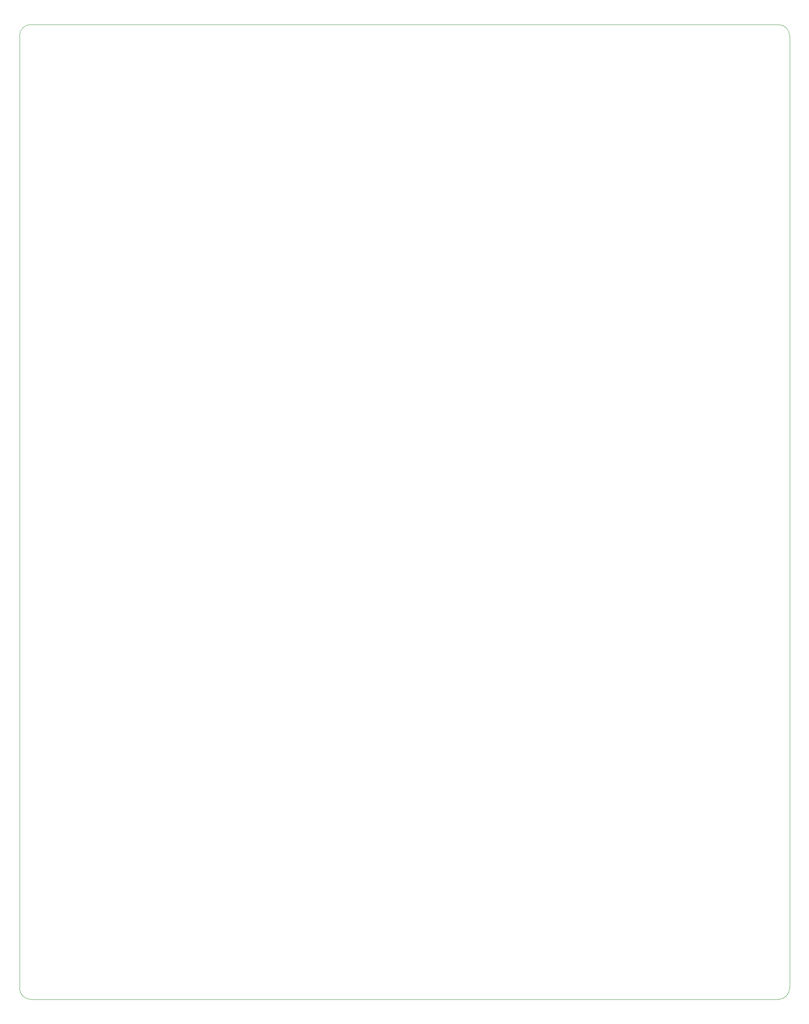
<source format=gbr>
%TF.GenerationSoftware,KiCad,Pcbnew,(6.0.2)*%
%TF.CreationDate,2026-02-18T07:48:15-08:00*%
%TF.ProjectId,AT386SX,41543338-3653-4582-9e6b-696361645f70,2.2*%
%TF.SameCoordinates,Original*%
%TF.FileFunction,Profile,NP*%
%FSLAX46Y46*%
G04 Gerber Fmt 4.6, Leading zero omitted, Abs format (unit mm)*
G04 Created by KiCad (PCBNEW (6.0.2)) date 2026-02-18 07:48:15*
%MOMM*%
%LPD*%
G01*
G04 APERTURE LIST*
%TA.AperFunction,Profile*%
%ADD10C,0.100000*%
%TD*%
G04 APERTURE END LIST*
D10*
X17780000Y-233680000D02*
G75*
G03*
X20320000Y-236220000I2540001J1D01*
G01*
X187960000Y-236220000D02*
X20320000Y-236220000D01*
X190500000Y-20320000D02*
X190500000Y-233680000D01*
X187960000Y-236220000D02*
G75*
G03*
X190500000Y-233680000I-1J2540001D01*
G01*
X17780000Y-233680000D02*
X17780000Y-20320000D01*
X20320000Y-17780000D02*
G75*
G03*
X17780000Y-20320000I1J-2540001D01*
G01*
X190500000Y-20320000D02*
G75*
G03*
X187960000Y-17780000I-2540001J-1D01*
G01*
X20320000Y-17780000D02*
X187960000Y-17780000D01*
M02*

</source>
